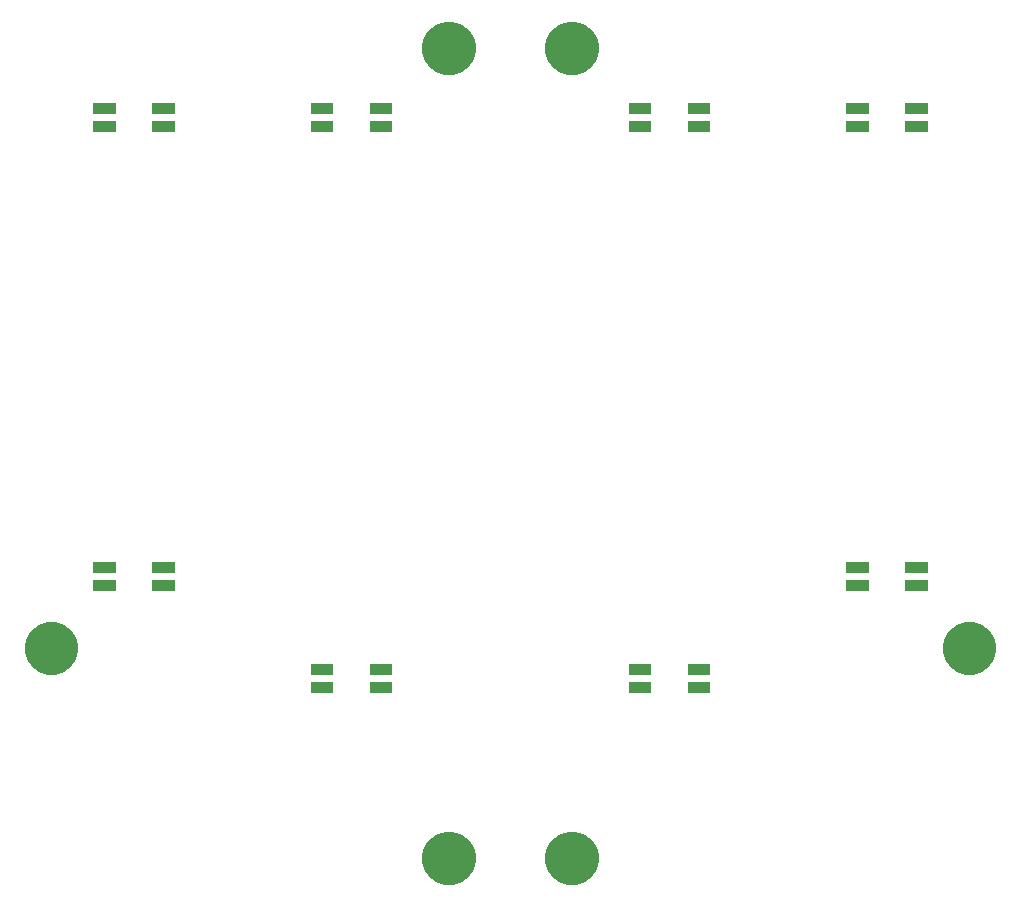
<source format=gbs>
G04 #@! TF.GenerationSoftware,KiCad,Pcbnew,5.1.5+dfsg1-2build2*
G04 #@! TF.CreationDate,2020-09-22T17:53:16+09:00*
G04 #@! TF.ProjectId,shield,73686965-6c64-42e6-9b69-6361645f7063,rev?*
G04 #@! TF.SameCoordinates,Original*
G04 #@! TF.FileFunction,Soldermask,Bot*
G04 #@! TF.FilePolarity,Negative*
%FSLAX46Y46*%
G04 Gerber Fmt 4.6, Leading zero omitted, Abs format (unit mm)*
G04 Created by KiCad (PCBNEW 5.1.5+dfsg1-2build2) date 2020-09-22 17:53:16*
%MOMM*%
%LPD*%
G04 APERTURE LIST*
%ADD10C,0.100000*%
G04 APERTURE END LIST*
D10*
G36*
X63394880Y-82849776D02*
G01*
X63775593Y-82925504D01*
X64185249Y-83095189D01*
X64553929Y-83341534D01*
X64867466Y-83655071D01*
X65113811Y-84023751D01*
X65283496Y-84433407D01*
X65370000Y-84868296D01*
X65370000Y-85311704D01*
X65283496Y-85746593D01*
X65113811Y-86156249D01*
X64867466Y-86524929D01*
X64553929Y-86838466D01*
X64185249Y-87084811D01*
X63775593Y-87254496D01*
X63394880Y-87330224D01*
X63340705Y-87341000D01*
X62897295Y-87341000D01*
X62843120Y-87330224D01*
X62462407Y-87254496D01*
X62052751Y-87084811D01*
X61684071Y-86838466D01*
X61370534Y-86524929D01*
X61124189Y-86156249D01*
X60954504Y-85746593D01*
X60868000Y-85311704D01*
X60868000Y-84868296D01*
X60954504Y-84433407D01*
X61124189Y-84023751D01*
X61370534Y-83655071D01*
X61684071Y-83341534D01*
X62052751Y-83095189D01*
X62462407Y-82925504D01*
X62843120Y-82849776D01*
X62897295Y-82839000D01*
X63340705Y-82839000D01*
X63394880Y-82849776D01*
G37*
G36*
X52980880Y-82849776D02*
G01*
X53361593Y-82925504D01*
X53771249Y-83095189D01*
X54139929Y-83341534D01*
X54453466Y-83655071D01*
X54699811Y-84023751D01*
X54869496Y-84433407D01*
X54956000Y-84868296D01*
X54956000Y-85311704D01*
X54869496Y-85746593D01*
X54699811Y-86156249D01*
X54453466Y-86524929D01*
X54139929Y-86838466D01*
X53771249Y-87084811D01*
X53361593Y-87254496D01*
X52980880Y-87330224D01*
X52926705Y-87341000D01*
X52483295Y-87341000D01*
X52429120Y-87330224D01*
X52048407Y-87254496D01*
X51638751Y-87084811D01*
X51270071Y-86838466D01*
X50956534Y-86524929D01*
X50710189Y-86156249D01*
X50540504Y-85746593D01*
X50454000Y-85311704D01*
X50454000Y-84868296D01*
X50540504Y-84433407D01*
X50710189Y-84023751D01*
X50956534Y-83655071D01*
X51270071Y-83341534D01*
X51638751Y-83095189D01*
X52048407Y-82925504D01*
X52429120Y-82849776D01*
X52483295Y-82839000D01*
X52926705Y-82839000D01*
X52980880Y-82849776D01*
G37*
G36*
X74825000Y-71061000D02*
G01*
X72923000Y-71061000D01*
X72923000Y-70139000D01*
X74825000Y-70139000D01*
X74825000Y-71061000D01*
G37*
G36*
X47901000Y-71061000D02*
G01*
X45999000Y-71061000D01*
X45999000Y-70139000D01*
X47901000Y-70139000D01*
X47901000Y-71061000D01*
G37*
G36*
X42901000Y-71061000D02*
G01*
X40999000Y-71061000D01*
X40999000Y-70139000D01*
X42901000Y-70139000D01*
X42901000Y-71061000D01*
G37*
G36*
X69825000Y-71061000D02*
G01*
X67923000Y-71061000D01*
X67923000Y-70139000D01*
X69825000Y-70139000D01*
X69825000Y-71061000D01*
G37*
G36*
X47901000Y-69561000D02*
G01*
X45999000Y-69561000D01*
X45999000Y-68639000D01*
X47901000Y-68639000D01*
X47901000Y-69561000D01*
G37*
G36*
X19325880Y-65069776D02*
G01*
X19706593Y-65145504D01*
X20116249Y-65315189D01*
X20484929Y-65561534D01*
X20798466Y-65875071D01*
X21044811Y-66243751D01*
X21214496Y-66653407D01*
X21301000Y-67088296D01*
X21301000Y-67531704D01*
X21214496Y-67966593D01*
X21044811Y-68376249D01*
X20798466Y-68744929D01*
X20484929Y-69058466D01*
X20116249Y-69304811D01*
X19706593Y-69474496D01*
X19325880Y-69550224D01*
X19271705Y-69561000D01*
X18828295Y-69561000D01*
X18774120Y-69550224D01*
X18393407Y-69474496D01*
X17983751Y-69304811D01*
X17615071Y-69058466D01*
X17301534Y-68744929D01*
X17055189Y-68376249D01*
X16885504Y-67966593D01*
X16799000Y-67531704D01*
X16799000Y-67088296D01*
X16885504Y-66653407D01*
X17055189Y-66243751D01*
X17301534Y-65875071D01*
X17615071Y-65561534D01*
X17983751Y-65315189D01*
X18393407Y-65145504D01*
X18774120Y-65069776D01*
X18828295Y-65059000D01*
X19271705Y-65059000D01*
X19325880Y-65069776D01*
G37*
G36*
X97049880Y-65069776D02*
G01*
X97430593Y-65145504D01*
X97840249Y-65315189D01*
X98208929Y-65561534D01*
X98522466Y-65875071D01*
X98768811Y-66243751D01*
X98938496Y-66653407D01*
X99025000Y-67088296D01*
X99025000Y-67531704D01*
X98938496Y-67966593D01*
X98768811Y-68376249D01*
X98522466Y-68744929D01*
X98208929Y-69058466D01*
X97840249Y-69304811D01*
X97430593Y-69474496D01*
X97049880Y-69550224D01*
X96995705Y-69561000D01*
X96552295Y-69561000D01*
X96498120Y-69550224D01*
X96117407Y-69474496D01*
X95707751Y-69304811D01*
X95339071Y-69058466D01*
X95025534Y-68744929D01*
X94779189Y-68376249D01*
X94609504Y-67966593D01*
X94523000Y-67531704D01*
X94523000Y-67088296D01*
X94609504Y-66653407D01*
X94779189Y-66243751D01*
X95025534Y-65875071D01*
X95339071Y-65561534D01*
X95707751Y-65315189D01*
X96117407Y-65145504D01*
X96498120Y-65069776D01*
X96552295Y-65059000D01*
X96995705Y-65059000D01*
X97049880Y-65069776D01*
G37*
G36*
X69825000Y-69561000D02*
G01*
X67923000Y-69561000D01*
X67923000Y-68639000D01*
X69825000Y-68639000D01*
X69825000Y-69561000D01*
G37*
G36*
X42901000Y-69561000D02*
G01*
X40999000Y-69561000D01*
X40999000Y-68639000D01*
X42901000Y-68639000D01*
X42901000Y-69561000D01*
G37*
G36*
X74825000Y-69561000D02*
G01*
X72923000Y-69561000D01*
X72923000Y-68639000D01*
X74825000Y-68639000D01*
X74825000Y-69561000D01*
G37*
G36*
X29486000Y-62425000D02*
G01*
X27584000Y-62425000D01*
X27584000Y-61503000D01*
X29486000Y-61503000D01*
X29486000Y-62425000D01*
G37*
G36*
X24486000Y-62425000D02*
G01*
X22584000Y-62425000D01*
X22584000Y-61503000D01*
X24486000Y-61503000D01*
X24486000Y-62425000D01*
G37*
G36*
X88240000Y-62425000D02*
G01*
X86338000Y-62425000D01*
X86338000Y-61503000D01*
X88240000Y-61503000D01*
X88240000Y-62425000D01*
G37*
G36*
X93240000Y-62425000D02*
G01*
X91338000Y-62425000D01*
X91338000Y-61503000D01*
X93240000Y-61503000D01*
X93240000Y-62425000D01*
G37*
G36*
X29486000Y-60925000D02*
G01*
X27584000Y-60925000D01*
X27584000Y-60003000D01*
X29486000Y-60003000D01*
X29486000Y-60925000D01*
G37*
G36*
X24486000Y-60925000D02*
G01*
X22584000Y-60925000D01*
X22584000Y-60003000D01*
X24486000Y-60003000D01*
X24486000Y-60925000D01*
G37*
G36*
X93240000Y-60925000D02*
G01*
X91338000Y-60925000D01*
X91338000Y-60003000D01*
X93240000Y-60003000D01*
X93240000Y-60925000D01*
G37*
G36*
X88240000Y-60925000D02*
G01*
X86338000Y-60925000D01*
X86338000Y-60003000D01*
X88240000Y-60003000D01*
X88240000Y-60925000D01*
G37*
G36*
X24486000Y-23563000D02*
G01*
X22584000Y-23563000D01*
X22584000Y-22641000D01*
X24486000Y-22641000D01*
X24486000Y-23563000D01*
G37*
G36*
X47901000Y-23563000D02*
G01*
X45999000Y-23563000D01*
X45999000Y-22641000D01*
X47901000Y-22641000D01*
X47901000Y-23563000D01*
G37*
G36*
X42901000Y-23563000D02*
G01*
X40999000Y-23563000D01*
X40999000Y-22641000D01*
X42901000Y-22641000D01*
X42901000Y-23563000D01*
G37*
G36*
X88240000Y-23563000D02*
G01*
X86338000Y-23563000D01*
X86338000Y-22641000D01*
X88240000Y-22641000D01*
X88240000Y-23563000D01*
G37*
G36*
X74825000Y-23563000D02*
G01*
X72923000Y-23563000D01*
X72923000Y-22641000D01*
X74825000Y-22641000D01*
X74825000Y-23563000D01*
G37*
G36*
X29486000Y-23563000D02*
G01*
X27584000Y-23563000D01*
X27584000Y-22641000D01*
X29486000Y-22641000D01*
X29486000Y-23563000D01*
G37*
G36*
X69825000Y-23563000D02*
G01*
X67923000Y-23563000D01*
X67923000Y-22641000D01*
X69825000Y-22641000D01*
X69825000Y-23563000D01*
G37*
G36*
X93240000Y-23563000D02*
G01*
X91338000Y-23563000D01*
X91338000Y-22641000D01*
X93240000Y-22641000D01*
X93240000Y-23563000D01*
G37*
G36*
X29486000Y-22063000D02*
G01*
X27584000Y-22063000D01*
X27584000Y-21141000D01*
X29486000Y-21141000D01*
X29486000Y-22063000D01*
G37*
G36*
X24486000Y-22063000D02*
G01*
X22584000Y-22063000D01*
X22584000Y-21141000D01*
X24486000Y-21141000D01*
X24486000Y-22063000D01*
G37*
G36*
X93240000Y-22063000D02*
G01*
X91338000Y-22063000D01*
X91338000Y-21141000D01*
X93240000Y-21141000D01*
X93240000Y-22063000D01*
G37*
G36*
X88240000Y-22063000D02*
G01*
X86338000Y-22063000D01*
X86338000Y-21141000D01*
X88240000Y-21141000D01*
X88240000Y-22063000D01*
G37*
G36*
X74825000Y-22063000D02*
G01*
X72923000Y-22063000D01*
X72923000Y-21141000D01*
X74825000Y-21141000D01*
X74825000Y-22063000D01*
G37*
G36*
X69825000Y-22063000D02*
G01*
X67923000Y-22063000D01*
X67923000Y-21141000D01*
X69825000Y-21141000D01*
X69825000Y-22063000D01*
G37*
G36*
X47901000Y-22063000D02*
G01*
X45999000Y-22063000D01*
X45999000Y-21141000D01*
X47901000Y-21141000D01*
X47901000Y-22063000D01*
G37*
G36*
X42901000Y-22063000D02*
G01*
X40999000Y-22063000D01*
X40999000Y-21141000D01*
X42901000Y-21141000D01*
X42901000Y-22063000D01*
G37*
G36*
X63394880Y-14269776D02*
G01*
X63775593Y-14345504D01*
X64185249Y-14515189D01*
X64553929Y-14761534D01*
X64867466Y-15075071D01*
X65113811Y-15443751D01*
X65283496Y-15853407D01*
X65370000Y-16288296D01*
X65370000Y-16731704D01*
X65283496Y-17166593D01*
X65113811Y-17576249D01*
X64867466Y-17944929D01*
X64553929Y-18258466D01*
X64185249Y-18504811D01*
X63775593Y-18674496D01*
X63394880Y-18750224D01*
X63340705Y-18761000D01*
X62897295Y-18761000D01*
X62843120Y-18750224D01*
X62462407Y-18674496D01*
X62052751Y-18504811D01*
X61684071Y-18258466D01*
X61370534Y-17944929D01*
X61124189Y-17576249D01*
X60954504Y-17166593D01*
X60868000Y-16731704D01*
X60868000Y-16288296D01*
X60954504Y-15853407D01*
X61124189Y-15443751D01*
X61370534Y-15075071D01*
X61684071Y-14761534D01*
X62052751Y-14515189D01*
X62462407Y-14345504D01*
X62843120Y-14269776D01*
X62897295Y-14259000D01*
X63340705Y-14259000D01*
X63394880Y-14269776D01*
G37*
G36*
X52980880Y-14269776D02*
G01*
X53361593Y-14345504D01*
X53771249Y-14515189D01*
X54139929Y-14761534D01*
X54453466Y-15075071D01*
X54699811Y-15443751D01*
X54869496Y-15853407D01*
X54956000Y-16288296D01*
X54956000Y-16731704D01*
X54869496Y-17166593D01*
X54699811Y-17576249D01*
X54453466Y-17944929D01*
X54139929Y-18258466D01*
X53771249Y-18504811D01*
X53361593Y-18674496D01*
X52980880Y-18750224D01*
X52926705Y-18761000D01*
X52483295Y-18761000D01*
X52429120Y-18750224D01*
X52048407Y-18674496D01*
X51638751Y-18504811D01*
X51270071Y-18258466D01*
X50956534Y-17944929D01*
X50710189Y-17576249D01*
X50540504Y-17166593D01*
X50454000Y-16731704D01*
X50454000Y-16288296D01*
X50540504Y-15853407D01*
X50710189Y-15443751D01*
X50956534Y-15075071D01*
X51270071Y-14761534D01*
X51638751Y-14515189D01*
X52048407Y-14345504D01*
X52429120Y-14269776D01*
X52483295Y-14259000D01*
X52926705Y-14259000D01*
X52980880Y-14269776D01*
G37*
M02*

</source>
